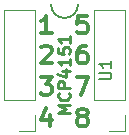
<source format=gbr>
G04 #@! TF.GenerationSoftware,KiCad,Pcbnew,(5.0.1)-3*
G04 #@! TF.CreationDate,2019-01-10T16:40:56-07:00*
G04 #@! TF.ProjectId,MCP4151-Pin-Swap,4D4350343135312D50696E2D53776170,rev?*
G04 #@! TF.SameCoordinates,Original*
G04 #@! TF.FileFunction,Legend,Top*
G04 #@! TF.FilePolarity,Positive*
%FSLAX46Y46*%
G04 Gerber Fmt 4.6, Leading zero omitted, Abs format (unit mm)*
G04 Created by KiCad (PCBNEW (5.0.1)-3) date 2019-01-10 4:40:56 PM*
%MOMM*%
%LPD*%
G01*
G04 APERTURE LIST*
%ADD10C,0.250000*%
%ADD11C,0.200000*%
%ADD12C,0.300000*%
%ADD13C,0.120000*%
%ADD14C,0.150000*%
G04 APERTURE END LIST*
D10*
X225242380Y-139509095D02*
X224242380Y-139509095D01*
X224956666Y-139175761D01*
X224242380Y-138842428D01*
X225242380Y-138842428D01*
X225147142Y-137794809D02*
X225194761Y-137842428D01*
X225242380Y-137985285D01*
X225242380Y-138080523D01*
X225194761Y-138223380D01*
X225099523Y-138318619D01*
X225004285Y-138366238D01*
X224813809Y-138413857D01*
X224670952Y-138413857D01*
X224480476Y-138366238D01*
X224385238Y-138318619D01*
X224290000Y-138223380D01*
X224242380Y-138080523D01*
X224242380Y-137985285D01*
X224290000Y-137842428D01*
X224337619Y-137794809D01*
X225242380Y-137366238D02*
X224242380Y-137366238D01*
X224242380Y-136985285D01*
X224290000Y-136890047D01*
X224337619Y-136842428D01*
X224432857Y-136794809D01*
X224575714Y-136794809D01*
X224670952Y-136842428D01*
X224718571Y-136890047D01*
X224766190Y-136985285D01*
X224766190Y-137366238D01*
X224575714Y-135937666D02*
X225242380Y-135937666D01*
X224194761Y-136175761D02*
X224909047Y-136413857D01*
X224909047Y-135794809D01*
X225242380Y-134890047D02*
X225242380Y-135461476D01*
X225242380Y-135175761D02*
X224242380Y-135175761D01*
X224385238Y-135271000D01*
X224480476Y-135366238D01*
X224528095Y-135461476D01*
X224242380Y-133985285D02*
X224242380Y-134461476D01*
X224718571Y-134509095D01*
X224670952Y-134461476D01*
X224623333Y-134366238D01*
X224623333Y-134128142D01*
X224670952Y-134032904D01*
X224718571Y-133985285D01*
X224813809Y-133937666D01*
X225051904Y-133937666D01*
X225147142Y-133985285D01*
X225194761Y-134032904D01*
X225242380Y-134128142D01*
X225242380Y-134366238D01*
X225194761Y-134461476D01*
X225147142Y-134509095D01*
X225242380Y-132985285D02*
X225242380Y-133556714D01*
X225242380Y-133271000D02*
X224242380Y-133271000D01*
X224385238Y-133366238D01*
X224480476Y-133461476D01*
X224528095Y-133556714D01*
D11*
X225933000Y-130302000D02*
G75*
G02X223647000Y-130302000I-1143000J0D01*
G01*
D12*
X226171142Y-139775428D02*
X226028285Y-139704000D01*
X225956857Y-139632571D01*
X225885428Y-139489714D01*
X225885428Y-139418285D01*
X225956857Y-139275428D01*
X226028285Y-139204000D01*
X226171142Y-139132571D01*
X226456857Y-139132571D01*
X226599714Y-139204000D01*
X226671142Y-139275428D01*
X226742571Y-139418285D01*
X226742571Y-139489714D01*
X226671142Y-139632571D01*
X226599714Y-139704000D01*
X226456857Y-139775428D01*
X226171142Y-139775428D01*
X226028285Y-139846857D01*
X225956857Y-139918285D01*
X225885428Y-140061142D01*
X225885428Y-140346857D01*
X225956857Y-140489714D01*
X226028285Y-140561142D01*
X226171142Y-140632571D01*
X226456857Y-140632571D01*
X226599714Y-140561142D01*
X226671142Y-140489714D01*
X226742571Y-140346857D01*
X226742571Y-140061142D01*
X226671142Y-139918285D01*
X226599714Y-139846857D01*
X226456857Y-139775428D01*
X225814000Y-136465571D02*
X226814000Y-136465571D01*
X226171142Y-137965571D01*
X226599714Y-133798571D02*
X226314000Y-133798571D01*
X226171142Y-133870000D01*
X226099714Y-133941428D01*
X225956857Y-134155714D01*
X225885428Y-134441428D01*
X225885428Y-135012857D01*
X225956857Y-135155714D01*
X226028285Y-135227142D01*
X226171142Y-135298571D01*
X226456857Y-135298571D01*
X226599714Y-135227142D01*
X226671142Y-135155714D01*
X226742571Y-135012857D01*
X226742571Y-134655714D01*
X226671142Y-134512857D01*
X226599714Y-134441428D01*
X226456857Y-134370000D01*
X226171142Y-134370000D01*
X226028285Y-134441428D01*
X225956857Y-134512857D01*
X225885428Y-134655714D01*
X226671142Y-131258571D02*
X225956857Y-131258571D01*
X225885428Y-131972857D01*
X225956857Y-131901428D01*
X226099714Y-131830000D01*
X226456857Y-131830000D01*
X226599714Y-131901428D01*
X226671142Y-131972857D01*
X226742571Y-132115714D01*
X226742571Y-132472857D01*
X226671142Y-132615714D01*
X226599714Y-132687142D01*
X226456857Y-132758571D01*
X226099714Y-132758571D01*
X225956857Y-132687142D01*
X225885428Y-132615714D01*
X223551714Y-139632571D02*
X223551714Y-140632571D01*
X223194571Y-139061142D02*
X222837428Y-140132571D01*
X223766000Y-140132571D01*
X222766000Y-136465571D02*
X223694571Y-136465571D01*
X223194571Y-137037000D01*
X223408857Y-137037000D01*
X223551714Y-137108428D01*
X223623142Y-137179857D01*
X223694571Y-137322714D01*
X223694571Y-137679857D01*
X223623142Y-137822714D01*
X223551714Y-137894142D01*
X223408857Y-137965571D01*
X222980285Y-137965571D01*
X222837428Y-137894142D01*
X222766000Y-137822714D01*
X222837428Y-133941428D02*
X222908857Y-133870000D01*
X223051714Y-133798571D01*
X223408857Y-133798571D01*
X223551714Y-133870000D01*
X223623142Y-133941428D01*
X223694571Y-134084285D01*
X223694571Y-134227142D01*
X223623142Y-134441428D01*
X222766000Y-135298571D01*
X223694571Y-135298571D01*
X223694571Y-132758571D02*
X222837428Y-132758571D01*
X223266000Y-132758571D02*
X223266000Y-131258571D01*
X223123142Y-131472857D01*
X222980285Y-131615714D01*
X222837428Y-131687142D01*
D13*
G04 #@! TO.C,J2*
X229930000Y-141030000D02*
X228600000Y-141030000D01*
X229930000Y-139700000D02*
X229930000Y-141030000D01*
X229930000Y-138430000D02*
X227270000Y-138430000D01*
X227270000Y-138430000D02*
X227270000Y-130750000D01*
X229930000Y-138430000D02*
X229930000Y-130750000D01*
X229930000Y-130750000D02*
X227270000Y-130750000D01*
G04 #@! TO.C,J1*
X222310000Y-130750000D02*
X219650000Y-130750000D01*
X222310000Y-138430000D02*
X222310000Y-130750000D01*
X219650000Y-138430000D02*
X219650000Y-130750000D01*
X222310000Y-138430000D02*
X219650000Y-138430000D01*
X222310000Y-139700000D02*
X222310000Y-141030000D01*
X222310000Y-141030000D02*
X220980000Y-141030000D01*
G04 #@! TO.C,U1*
D14*
X227742380Y-136651904D02*
X228551904Y-136651904D01*
X228647142Y-136604285D01*
X228694761Y-136556666D01*
X228742380Y-136461428D01*
X228742380Y-136270952D01*
X228694761Y-136175714D01*
X228647142Y-136128095D01*
X228551904Y-136080476D01*
X227742380Y-136080476D01*
X228742380Y-135080476D02*
X228742380Y-135651904D01*
X228742380Y-135366190D02*
X227742380Y-135366190D01*
X227885238Y-135461428D01*
X227980476Y-135556666D01*
X228028095Y-135651904D01*
G04 #@! TD*
M02*

</source>
